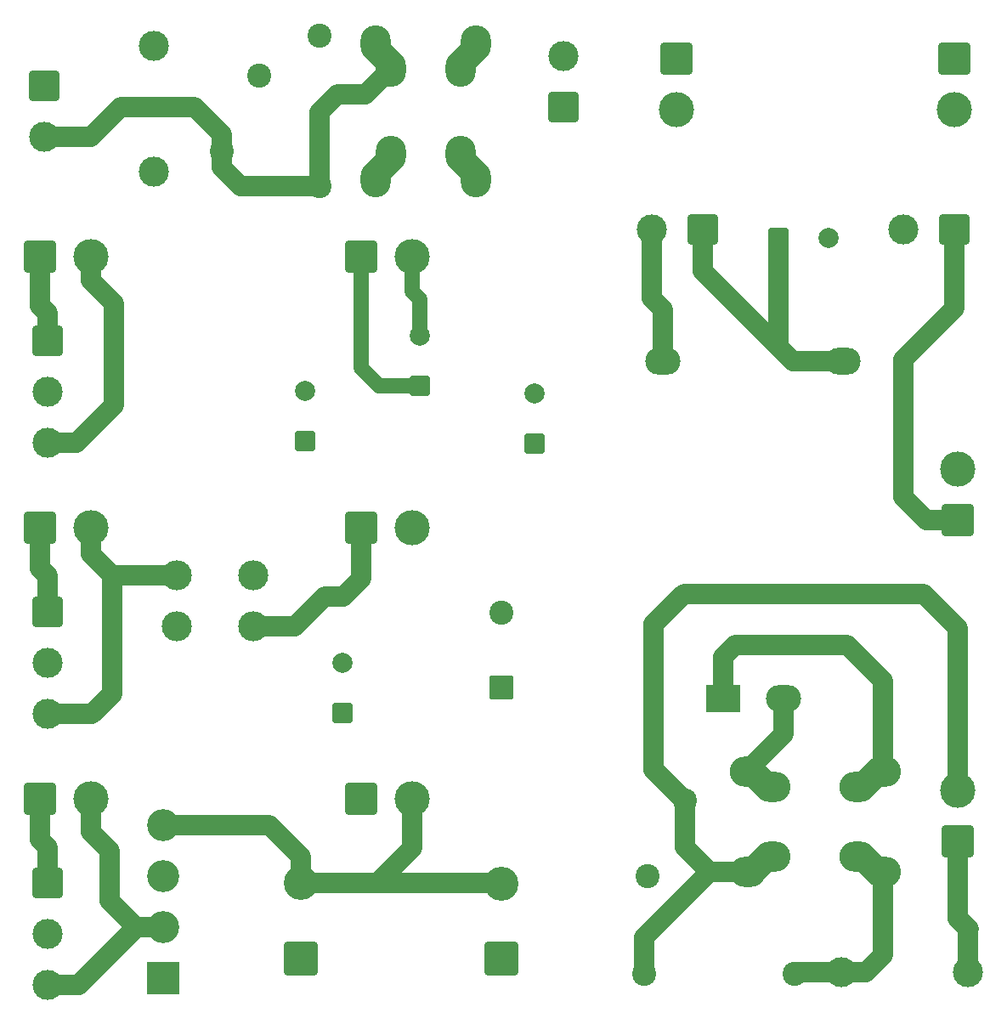
<source format=gbl>
%TF.GenerationSoftware,KiCad,Pcbnew,9.0.2*%
%TF.CreationDate,2025-06-27T09:24:05+02:00*%
%TF.ProjectId,led_driver_220v_p2,6c65645f-6472-4697-9665-725f32323076,rev?*%
%TF.SameCoordinates,Original*%
%TF.FileFunction,Copper,L2,Bot*%
%TF.FilePolarity,Positive*%
%FSLAX46Y46*%
G04 Gerber Fmt 4.6, Leading zero omitted, Abs format (unit mm)*
G04 Created by KiCad (PCBNEW 9.0.2) date 2025-06-27 09:24:05*
%MOMM*%
%LPD*%
G01*
G04 APERTURE LIST*
G04 Aperture macros list*
%AMRoundRect*
0 Rectangle with rounded corners*
0 $1 Rounding radius*
0 $2 $3 $4 $5 $6 $7 $8 $9 X,Y pos of 4 corners*
0 Add a 4 corners polygon primitive as box body*
4,1,4,$2,$3,$4,$5,$6,$7,$8,$9,$2,$3,0*
0 Add four circle primitives for the rounded corners*
1,1,$1+$1,$2,$3*
1,1,$1+$1,$4,$5*
1,1,$1+$1,$6,$7*
1,1,$1+$1,$8,$9*
0 Add four rect primitives between the rounded corners*
20,1,$1+$1,$2,$3,$4,$5,0*
20,1,$1+$1,$4,$5,$6,$7,0*
20,1,$1+$1,$6,$7,$8,$9,0*
20,1,$1+$1,$8,$9,$2,$3,0*%
G04 Aperture macros list end*
%TA.AperFunction,ComponentPad*%
%ADD10RoundRect,0.288462X-1.211538X1.211538X-1.211538X-1.211538X1.211538X-1.211538X1.211538X1.211538X0*%
%TD*%
%TA.AperFunction,ComponentPad*%
%ADD11C,3.000000*%
%TD*%
%TA.AperFunction,ComponentPad*%
%ADD12RoundRect,0.250000X0.750000X-0.750000X0.750000X0.750000X-0.750000X0.750000X-0.750000X-0.750000X0*%
%TD*%
%TA.AperFunction,ComponentPad*%
%ADD13C,2.000000*%
%TD*%
%TA.AperFunction,ComponentPad*%
%ADD14RoundRect,0.307693X-1.292307X-1.292307X1.292307X-1.292307X1.292307X1.292307X-1.292307X1.292307X0*%
%TD*%
%TA.AperFunction,ComponentPad*%
%ADD15C,3.500000*%
%TD*%
%TA.AperFunction,ComponentPad*%
%ADD16R,3.200000X3.200000*%
%TD*%
%TA.AperFunction,ComponentPad*%
%ADD17C,3.200000*%
%TD*%
%TA.AperFunction,ComponentPad*%
%ADD18RoundRect,0.250001X0.949999X-0.949999X0.949999X0.949999X-0.949999X0.949999X-0.949999X-0.949999X0*%
%TD*%
%TA.AperFunction,ComponentPad*%
%ADD19C,2.400000*%
%TD*%
%TA.AperFunction,ComponentPad*%
%ADD20R,3.500000X2.700000*%
%TD*%
%TA.AperFunction,ComponentPad*%
%ADD21O,3.500000X2.700000*%
%TD*%
%TA.AperFunction,ComponentPad*%
%ADD22RoundRect,0.354168X1.345832X-1.345832X1.345832X1.345832X-1.345832X1.345832X-1.345832X-1.345832X0*%
%TD*%
%TA.AperFunction,ComponentPad*%
%ADD23C,3.400000*%
%TD*%
%TA.AperFunction,ComponentPad*%
%ADD24RoundRect,0.250000X-0.750000X-0.750000X0.750000X-0.750000X0.750000X0.750000X-0.750000X0.750000X0*%
%TD*%
%TA.AperFunction,ComponentPad*%
%ADD25RoundRect,0.288462X1.211538X1.211538X-1.211538X1.211538X-1.211538X-1.211538X1.211538X-1.211538X0*%
%TD*%
%TA.AperFunction,ComponentPad*%
%ADD26RoundRect,0.307693X-1.292307X1.292307X-1.292307X-1.292307X1.292307X-1.292307X1.292307X1.292307X0*%
%TD*%
%TA.AperFunction,ComponentPad*%
%ADD27RoundRect,0.288462X1.211538X-1.211538X1.211538X1.211538X-1.211538X1.211538X-1.211538X-1.211538X0*%
%TD*%
%TA.AperFunction,ComponentPad*%
%ADD28O,3.600000X3.000000*%
%TD*%
%TA.AperFunction,ComponentPad*%
%ADD29O,3.000000X3.000000*%
%TD*%
%TA.AperFunction,ComponentPad*%
%ADD30O,3.000000X3.600000*%
%TD*%
%TA.AperFunction,ComponentPad*%
%ADD31RoundRect,0.307693X1.292307X-1.292307X1.292307X1.292307X-1.292307X1.292307X-1.292307X-1.292307X0*%
%TD*%
%TA.AperFunction,Conductor*%
%ADD32C,1.500000*%
%TD*%
%TA.AperFunction,Conductor*%
%ADD33C,2.000000*%
%TD*%
G04 APERTURE END LIST*
D10*
%TO.P,J4,1,Pin_1*%
%TO.N,/High Voltage/L1*%
X51182500Y-72406000D03*
D11*
%TO.P,J4,2,Pin_2*%
%TO.N,/High Voltage/PE1*%
X51182500Y-77486000D03*
%TO.P,J4,3,Pin_3*%
%TO.N,/High Voltage/N1*%
X51182500Y-82566000D03*
%TD*%
D10*
%TO.P,J5,1,Pin_1*%
%TO.N,/High Voltage/L2*%
X51182500Y-99406000D03*
D11*
%TO.P,J5,2,Pin_2*%
%TO.N,/High Voltage/PE2*%
X51182500Y-104486000D03*
%TO.P,J5,3,Pin_3*%
%TO.N,/High Voltage/N2*%
X51182500Y-109566000D03*
%TD*%
D12*
%TO.P,C1,1*%
%TO.N,/High Voltage/DC1+230V*%
X99745000Y-82590000D03*
D13*
%TO.P,C1,2*%
%TO.N,/High Voltage/DC1-230V*%
X99745000Y-77590000D03*
%TD*%
D14*
%TO.P,J6,1,Pin_1*%
%TO.N,/High Voltage/L1*%
X50460000Y-64000000D03*
D15*
%TO.P,J6,2,Pin_2*%
%TO.N,/High Voltage/N1*%
X55540000Y-64000000D03*
%TD*%
D16*
%TO.P,D3,1,+*%
%TO.N,/High Voltage/DC3+230V*%
X62700000Y-135885000D03*
D17*
%TO.P,D3,2*%
%TO.N,/High Voltage/N3*%
X62700000Y-130805000D03*
%TO.P,D3,3*%
%TO.N,/High Voltage/L3*%
X62700000Y-125725000D03*
%TO.P,D3,4,-*%
%TO.N,/High Voltage/DC3-230V*%
X62700000Y-120645000D03*
%TD*%
D18*
%TO.P,C2,1*%
%TO.N,/High Voltage/DC2+230V*%
X96435000Y-106952780D03*
D19*
%TO.P,C2,2*%
%TO.N,/High Voltage/DC2-230V*%
X96435000Y-99452780D03*
%TD*%
D20*
%TO.P,PS1,1,AC/L*%
%TO.N,/High Voltage/TOUT_L*%
X118499500Y-108029000D03*
D21*
%TO.P,PS1,2,AC/N*%
%TO.N,/High Voltage/TOUT_N*%
X124499500Y-108029000D03*
%TO.P,PS1,3,-Vout*%
%TO.N,/High Voltage/DC-GND*%
X112499500Y-74429000D03*
%TO.P,PS1,4,+Vout*%
%TO.N,/High Voltage/DC+5V*%
X130499500Y-74429000D03*
%TD*%
D10*
%TO.P,J14,1,Pin_1*%
%TO.N,/High Voltage/L4*%
X50832500Y-46955000D03*
D11*
%TO.P,J14,2,Pin_2*%
%TO.N,/High Voltage/N4*%
X50832500Y-52035000D03*
%TD*%
D22*
%TO.P,C6,1*%
%TO.N,/High Voltage/DC3+230V*%
X76416000Y-133901780D03*
D23*
%TO.P,C6,2*%
%TO.N,/High Voltage/DC3-230V*%
X76416000Y-126401780D03*
%TD*%
D11*
%TO.P,F2,1*%
%TO.N,/High Voltage/L4*%
X61772000Y-42966000D03*
%TO.P,F2,2*%
%TO.N,/High Voltage/TIN_L4*%
X61772000Y-55566000D03*
%TD*%
D24*
%TO.P,C8,1*%
%TO.N,/High Voltage/DC+5V*%
X124047323Y-62143000D03*
D13*
%TO.P,C8,2*%
%TO.N,/High Voltage/DC-GND*%
X129047323Y-62143000D03*
%TD*%
D19*
%TO.P,RV1,1*%
%TO.N,/High Voltage/TIN_L*%
X110976000Y-125710000D03*
%TO.P,RV1,2*%
%TO.N,/High Voltage/NP*%
X114676000Y-118210000D03*
%TD*%
D25*
%TO.P,J12,1,Pin_1*%
%TO.N,/High Voltage/DC+5V*%
X116514000Y-61254000D03*
D11*
%TO.P,J12,2,Pin_2*%
%TO.N,/High Voltage/DC-GND*%
X111434000Y-61254000D03*
%TD*%
D22*
%TO.P,C3,1*%
%TO.N,/High Voltage/DC3+230V*%
X96435000Y-133952780D03*
D23*
%TO.P,C3,2*%
%TO.N,/High Voltage/DC3-230V*%
X96435000Y-126452780D03*
%TD*%
D26*
%TO.P,J15,1,Pin_1*%
%TO.N,/High Voltage/L5*%
X141528000Y-44236000D03*
D15*
%TO.P,J15,2,Pin_2*%
%TO.N,/High Voltage/N5*%
X141528000Y-49316000D03*
%TD*%
D14*
%TO.P,J9,1,Pin_1*%
%TO.N,/High Voltage/DC1+230V*%
X82460000Y-64000000D03*
D15*
%TO.P,J9,2,Pin_2*%
%TO.N,/High Voltage/DC1-230V*%
X87540000Y-64000000D03*
%TD*%
D14*
%TO.P,J11,1,Pin_1*%
%TO.N,/High Voltage/DC3+230V*%
X82460000Y-118000000D03*
D15*
%TO.P,J11,2,Pin_2*%
%TO.N,/High Voltage/DC3-230V*%
X87540000Y-118000000D03*
%TD*%
D25*
%TO.P,J13,1,Pin_1*%
%TO.N,/High Voltage/DCP+230V*%
X141528000Y-61254000D03*
D11*
%TO.P,J13,2,Pin_2*%
%TO.N,/High Voltage/DCP-230V*%
X136448000Y-61254000D03*
%TD*%
D19*
%TO.P,X2,1*%
%TO.N,/High Voltage/TIN_L4*%
X78282000Y-42000000D03*
%TO.P,X2,2*%
%TO.N,/High Voltage/N4*%
X78282000Y-57000000D03*
%TD*%
%TO.P,X1,1*%
%TO.N,/High Voltage/TIN_L*%
X125660000Y-135422000D03*
%TO.P,X1,2*%
%TO.N,/High Voltage/NP*%
X110660000Y-135422000D03*
%TD*%
D27*
%TO.P,J16,1,Pin_1*%
%TO.N,/High Voltage/TOUT_L4*%
X102579500Y-49067000D03*
D11*
%TO.P,J16,2,Pin_2*%
%TO.N,/High Voltage/TOUT_N4*%
X102579500Y-43987000D03*
%TD*%
D28*
%TO.P,L1,1,1*%
%TO.N,/High Voltage/TIN_L*%
X131935000Y-123809000D03*
X134435000Y-125309000D03*
%TO.P,L1,2,2*%
%TO.N,/High Voltage/TOUT_L*%
X134435000Y-115309000D03*
X131935000Y-116809000D03*
%TO.P,L1,3,3*%
%TO.N,/High Voltage/NP*%
X123435000Y-123809000D03*
X120935000Y-125309000D03*
%TO.P,L1,4,4*%
%TO.N,/High Voltage/TOUT_N*%
X120935000Y-115309000D03*
X123435000Y-116809000D03*
%TD*%
D14*
%TO.P,J7,1,Pin_1*%
%TO.N,/High Voltage/L2*%
X50460000Y-91000000D03*
D15*
%TO.P,J7,2,Pin_2*%
%TO.N,/High Voltage/N2*%
X55540000Y-91000000D03*
%TD*%
D12*
%TO.P,C7,1*%
%TO.N,/High Voltage/DC1+230V*%
X76885000Y-82367677D03*
D13*
%TO.P,C7,2*%
%TO.N,/High Voltage/DC1-230V*%
X76885000Y-77367677D03*
%TD*%
D29*
%TO.P,D2,1,+*%
%TO.N,/High Voltage/DC2+230V*%
X71670000Y-100795000D03*
%TO.P,D2,2,-*%
%TO.N,/High Voltage/DC2-230V*%
X71670000Y-95715000D03*
%TO.P,D2,3*%
%TO.N,/High Voltage/N2*%
X64050000Y-95715000D03*
%TO.P,D2,4*%
%TO.N,/High Voltage/L2*%
X64050000Y-100795000D03*
%TD*%
D26*
%TO.P,J17,1,Pin_1*%
%TO.N,/High Voltage/+5*%
X113842000Y-44236000D03*
D15*
%TO.P,J17,2,Pin_2*%
%TO.N,/High Voltage/-5*%
X113842000Y-49316000D03*
%TD*%
D30*
%TO.P,L2,1,1*%
%TO.N,/High Voltage/TIN_L4*%
X85394000Y-53752000D03*
X83894000Y-56252000D03*
%TO.P,L2,2,2*%
%TO.N,/High Voltage/TOUT_L4*%
X93894000Y-56252000D03*
X92394000Y-53752000D03*
%TO.P,L2,3,3*%
%TO.N,/High Voltage/N4*%
X85394000Y-45252000D03*
X83894000Y-42752000D03*
%TO.P,L2,4,4*%
%TO.N,/High Voltage/TOUT_N4*%
X93894000Y-42752000D03*
X92394000Y-45252000D03*
%TD*%
D12*
%TO.P,C5,1*%
%TO.N,/High Voltage/DC2+230V*%
X80560000Y-109465000D03*
D13*
%TO.P,C5,2*%
%TO.N,/High Voltage/DC2-230V*%
X80560000Y-104465000D03*
%TD*%
D10*
%TO.P,J1,1,Pin_1*%
%TO.N,/High Voltage/L3*%
X51182500Y-126355000D03*
D11*
%TO.P,J1,2,Pin_2*%
%TO.N,/High Voltage/PE3*%
X51182500Y-131435000D03*
%TO.P,J1,3,Pin_3*%
%TO.N,/High Voltage/N3*%
X51182500Y-136515000D03*
%TD*%
D19*
%TO.P,RV2,1*%
%TO.N,/High Voltage/TIN_L4*%
X72258000Y-46000000D03*
%TO.P,RV2,2*%
%TO.N,/High Voltage/N4*%
X68558000Y-53500000D03*
%TD*%
D31*
%TO.P,J3,1,Pin_1*%
%TO.N,/High Voltage/DCP+230V*%
X141909000Y-90210000D03*
D15*
%TO.P,J3,2,Pin_2*%
%TO.N,/High Voltage/DCP-230V*%
X141909000Y-85130000D03*
%TD*%
D14*
%TO.P,J10,1,Pin_1*%
%TO.N,/High Voltage/DC2+230V*%
X82460000Y-91000000D03*
D15*
%TO.P,J10,2,Pin_2*%
%TO.N,/High Voltage/DC2-230V*%
X87540000Y-91000000D03*
%TD*%
D11*
%TO.P,F1,1*%
%TO.N,/High Voltage/LP*%
X142925000Y-135295000D03*
%TO.P,F1,2*%
%TO.N,/High Voltage/TIN_L*%
X130325000Y-135295000D03*
%TD*%
D31*
%TO.P,J2,1,Pin_1*%
%TO.N,/High Voltage/LP*%
X141909000Y-122214000D03*
D15*
%TO.P,J2,2,Pin_2*%
%TO.N,/High Voltage/NP*%
X141909000Y-117134000D03*
%TD*%
D12*
%TO.P,C4,1*%
%TO.N,/High Voltage/DC1+230V*%
X88315000Y-76875000D03*
D13*
%TO.P,C4,2*%
%TO.N,/High Voltage/DC1-230V*%
X88315000Y-71875000D03*
%TD*%
D14*
%TO.P,J8,1,Pin_1*%
%TO.N,/High Voltage/L3*%
X50460000Y-118000000D03*
D15*
%TO.P,J8,2,Pin_2*%
%TO.N,/High Voltage/N3*%
X55540000Y-118000000D03*
%TD*%
D32*
%TO.N,/High Voltage/DC1+230V*%
X84251000Y-76875000D02*
X82460000Y-75084000D01*
X82460000Y-75084000D02*
X82460000Y-64000000D01*
X88315000Y-76875000D02*
X84251000Y-76875000D01*
%TO.N,/High Voltage/DC1-230V*%
X87540000Y-67464000D02*
X87540000Y-64000000D01*
X88315000Y-68239000D02*
X87540000Y-67464000D01*
X88315000Y-71875000D02*
X88315000Y-68239000D01*
D33*
%TO.N,/High Voltage/DC2+230V*%
X82460000Y-91000000D02*
X82460000Y-96065000D01*
X78790000Y-97830000D02*
X75825000Y-100795000D01*
X82460000Y-96065000D02*
X80695000Y-97830000D01*
X75825000Y-100795000D02*
X71670000Y-100795000D01*
X80695000Y-97830000D02*
X78790000Y-97830000D01*
%TO.N,/High Voltage/DC3-230V*%
X87540000Y-122934980D02*
X84073200Y-126401780D01*
X96384000Y-126401780D02*
X96435000Y-126452780D01*
X84073200Y-126401780D02*
X96384000Y-126401780D01*
X62700000Y-120645000D02*
X73309400Y-120645000D01*
X73309400Y-120645000D02*
X76416000Y-123751600D01*
X87540000Y-118000000D02*
X87540000Y-122934980D01*
X76416000Y-123751600D02*
X76416000Y-126401780D01*
X76416000Y-126401780D02*
X84073200Y-126401780D01*
%TO.N,/High Voltage/N1*%
X55540000Y-66325000D02*
X55540000Y-64000000D01*
X54049000Y-82566000D02*
X57835000Y-78780000D01*
X51182500Y-82566000D02*
X54049000Y-82566000D01*
X57835000Y-78780000D02*
X57835000Y-68620000D01*
X57835000Y-68620000D02*
X55540000Y-66325000D01*
%TO.N,/High Voltage/L1*%
X51182500Y-69587500D02*
X51182500Y-72406000D01*
X50460000Y-68865000D02*
X51182500Y-69587500D01*
X50460000Y-64000000D02*
X50460000Y-68865000D01*
%TO.N,/High Voltage/L2*%
X51182500Y-99406000D02*
X51182500Y-95767500D01*
X51182500Y-95767500D02*
X50460000Y-95045000D01*
X50460000Y-95045000D02*
X50460000Y-91000000D01*
%TO.N,/High Voltage/N2*%
X55540000Y-93630000D02*
X57625000Y-95715000D01*
X55624000Y-109566000D02*
X57625000Y-107565000D01*
X57625000Y-95715000D02*
X64050000Y-95715000D01*
X55540000Y-91000000D02*
X55540000Y-93630000D01*
X51182500Y-109566000D02*
X55624000Y-109566000D01*
X57625000Y-107565000D02*
X57625000Y-95715000D01*
%TO.N,/High Voltage/L3*%
X50460000Y-122096000D02*
X50460000Y-118000000D01*
X51182500Y-122818500D02*
X50460000Y-122096000D01*
X51182500Y-126355000D02*
X51182500Y-122818500D01*
%TO.N,/High Voltage/N3*%
X54329000Y-136515000D02*
X60039000Y-130805000D01*
X55540000Y-121316000D02*
X57403200Y-123179200D01*
X51182500Y-136515000D02*
X54329000Y-136515000D01*
X55540000Y-118000000D02*
X55540000Y-121316000D01*
X57403200Y-128169200D02*
X60039000Y-130805000D01*
X57403200Y-123179200D02*
X57403200Y-128169200D01*
X60039000Y-130805000D02*
X62700000Y-130805000D01*
%TO.N,/High Voltage/DC+5V*%
X116514000Y-61254000D02*
X116514000Y-65450000D01*
X125493000Y-74429000D02*
X124047323Y-72983323D01*
X130499500Y-74429000D02*
X125493000Y-74429000D01*
X124047323Y-62143000D02*
X124047323Y-72983323D01*
X116514000Y-65450000D02*
X124047323Y-72983323D01*
%TO.N,/High Voltage/DC-GND*%
X112499500Y-69200500D02*
X112499500Y-74429000D01*
X111434000Y-61254000D02*
X111434000Y-68135000D01*
X111434000Y-68135000D02*
X112499500Y-69200500D01*
%TO.N,/High Voltage/TIN_L*%
X130325000Y-135295000D02*
X125787000Y-135295000D01*
X134435000Y-125309000D02*
X133435000Y-125309000D01*
X125787000Y-135295000D02*
X125660000Y-135422000D01*
X133435000Y-125309000D02*
X131935000Y-123809000D01*
X131935000Y-123809000D02*
X132935000Y-123809000D01*
X134435000Y-133625000D02*
X134435000Y-125309000D01*
X130325000Y-135295000D02*
X132765000Y-135295000D01*
X132935000Y-123809000D02*
X134435000Y-125309000D01*
X132765000Y-135295000D02*
X134435000Y-133625000D01*
%TO.N,/High Voltage/DCP+230V*%
X141528000Y-69128000D02*
X136448000Y-74208000D01*
X136448000Y-74208000D02*
X136448000Y-87924000D01*
X138734000Y-90210000D02*
X141909000Y-90210000D01*
X141528000Y-61254000D02*
X141528000Y-69128000D01*
X136448000Y-87924000D02*
X138734000Y-90210000D01*
%TO.N,/High Voltage/TOUT_N*%
X120935000Y-115309000D02*
X121935000Y-115309000D01*
X124499500Y-111556500D02*
X124499500Y-108029000D01*
X121935000Y-115309000D02*
X123435000Y-116809000D01*
X120935000Y-115121000D02*
X124499500Y-111556500D01*
X123435000Y-116809000D02*
X122435000Y-116809000D01*
X122435000Y-116809000D02*
X120935000Y-115309000D01*
X120935000Y-115309000D02*
X120935000Y-115121000D01*
%TO.N,/High Voltage/TOUT_L*%
X118499500Y-103840500D02*
X118499500Y-108029000D01*
X134435000Y-106231000D02*
X130860000Y-102656000D01*
X132935000Y-116809000D02*
X134435000Y-115309000D01*
X134435000Y-115309000D02*
X133435000Y-115309000D01*
X131935000Y-116809000D02*
X132935000Y-116809000D01*
X130860000Y-102656000D02*
X119684000Y-102656000D01*
X119684000Y-102656000D02*
X118499500Y-103840500D01*
X134435000Y-115309000D02*
X134435000Y-106231000D01*
X133435000Y-115309000D02*
X131935000Y-116809000D01*
%TO.N,/High Voltage/LP*%
X143000000Y-131000000D02*
X142925000Y-131075000D01*
X141909000Y-122214000D02*
X141909000Y-129909000D01*
X141909000Y-129909000D02*
X143000000Y-131000000D01*
X142925000Y-131075000D02*
X142925000Y-135295000D01*
%TO.N,/High Voltage/NP*%
X141909000Y-117134000D02*
X141909000Y-101005000D01*
X120935000Y-125309000D02*
X121935000Y-125309000D01*
X114604000Y-97576000D02*
X111620000Y-100560000D01*
X121935000Y-125309000D02*
X123435000Y-123809000D01*
X117191000Y-125309000D02*
X120935000Y-125309000D01*
X110660000Y-131840000D02*
X117191000Y-125309000D01*
X111620000Y-115154000D02*
X114676000Y-118210000D01*
X111620000Y-100560000D02*
X111620000Y-115154000D01*
X123435000Y-123809000D02*
X122435000Y-123809000D01*
X122435000Y-123809000D02*
X120935000Y-125309000D01*
X110660000Y-135422000D02*
X110660000Y-131840000D01*
X114676000Y-122794000D02*
X117191000Y-125309000D01*
X114676000Y-118210000D02*
X114676000Y-122794000D01*
X141909000Y-101005000D02*
X138480000Y-97576000D01*
X138480000Y-97576000D02*
X114604000Y-97576000D01*
%TO.N,/High Voltage/TIN_L4*%
X85394000Y-54752000D02*
X83894000Y-56252000D01*
X85394000Y-53752000D02*
X85394000Y-54752000D01*
X83894000Y-56252000D02*
X83894000Y-55252000D01*
X83894000Y-55252000D02*
X85394000Y-53752000D01*
%TO.N,/High Voltage/N4*%
X83894000Y-43752000D02*
X85394000Y-45252000D01*
X78282000Y-49570000D02*
X80060000Y-47792000D01*
X82854000Y-47792000D02*
X85394000Y-45252000D01*
X68558000Y-53500000D02*
X68558000Y-55086000D01*
X78282000Y-57000000D02*
X78282000Y-49570000D01*
X55497000Y-52035000D02*
X58470000Y-49062000D01*
X85394000Y-45252000D02*
X85394000Y-44252000D01*
X80060000Y-47792000D02*
X82854000Y-47792000D01*
X50832500Y-52035000D02*
X55497000Y-52035000D01*
X68558000Y-51784000D02*
X68558000Y-53500000D01*
X85394000Y-44252000D02*
X83894000Y-42752000D01*
X70472000Y-57000000D02*
X78282000Y-57000000D01*
X58470000Y-49062000D02*
X65836000Y-49062000D01*
X83894000Y-42752000D02*
X83894000Y-43752000D01*
X68558000Y-55086000D02*
X70472000Y-57000000D01*
X65836000Y-49062000D02*
X68558000Y-51784000D01*
%TO.N,/High Voltage/TOUT_N4*%
X93894000Y-42752000D02*
X93894000Y-43752000D01*
X92394000Y-45252000D02*
X92394000Y-44252000D01*
X92394000Y-44252000D02*
X93894000Y-42752000D01*
X93894000Y-43752000D02*
X92394000Y-45252000D01*
%TO.N,/High Voltage/TOUT_L4*%
X93894000Y-56252000D02*
X93894000Y-55252000D01*
X93894000Y-55252000D02*
X92394000Y-53752000D01*
X92394000Y-53752000D02*
X92394000Y-54752000D01*
X92394000Y-54752000D02*
X93894000Y-56252000D01*
%TD*%
M02*

</source>
